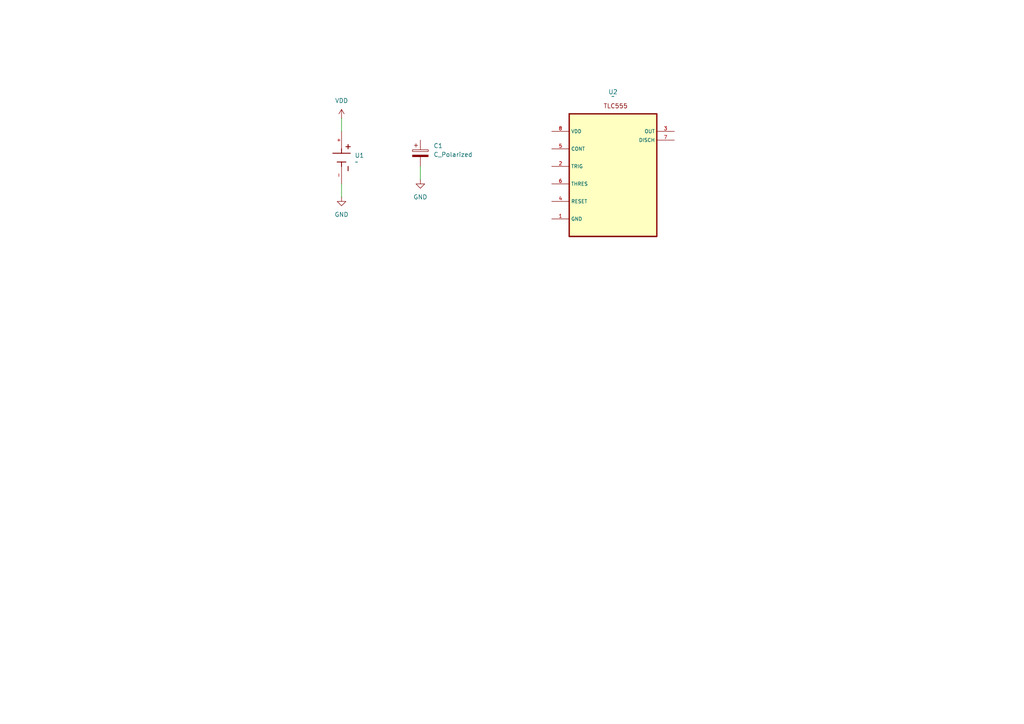
<source format=kicad_sch>
(kicad_sch (version 20231120) (generator "eeschema") (generator_version "8.0")
  (paper "A4")
  (lib_symbols
    (symbol "Device:C_Polarized" (pin_numbers hide) (pin_names (offset 0.254))
      (property "Reference" "C" (at 0.635 2.54 0))
      (property "Value" "C_Polarized" (at 0.635 -2.54 0))
      (symbol "C_Polarized_0_1"
        (rectangle (start -2.286 0.508) (end 2.286 1.016))
        (polyline (pts (xy -1.778 2.286) (xy -0.762 2.286)))
        (polyline (pts (xy -1.27 2.794) (xy -1.27 1.778)))
        (rectangle (start 2.286 -0.508) (end -2.286 -1.016) (fill (type outline)))
      )
      (symbol "C_Polarized_1_1"
        (pin passive line (at 0 3.81 270) (length 2.794) (name "~") (number "1"))
        (pin passive line (at 0 -3.81 90) (length 2.794) (name "~") (number "2"))
      )
    )
    (symbol "PiE_Symbols:BS-7"
      (property "Reference" "U" (at 0 0 0))
      (symbol "BS-7_0_0"
        (polyline (pts (xy -3.81 -3.175) (xy -2.54 -3.175)) (stroke (width 0.254)))
        (polyline (pts (xy -3.175 -2.54) (xy -3.175 -3.81)) (stroke (width 0.254)))
        (polyline (pts (xy -1.27 -5.08) (xy -2.54 -5.08)) (stroke (width 0.254)))
        (polyline (pts (xy -1.27 -5.08) (xy -1.27 -7.62)) (stroke (width 0.254)))
        (polyline (pts (xy -1.27 -2.54) (xy -1.27 -5.08)) (stroke (width 0.254)))
        (polyline (pts (xy 1.27 -5.08) (xy 1.27 -6.35)) (stroke (width 0.254)))
        (polyline (pts (xy 1.27 -5.08) (xy 2.54 -5.08)) (stroke (width 0.254)))
        (polyline (pts (xy 1.27 -3.81) (xy 1.27 -5.08)) (stroke (width 0.254)))
        (polyline (pts (xy 2.54 -3.175) (xy 3.81 -3.175)) (stroke (width 0.254)))
        (pin passive line (at -7.62 -5.08 0) (length 5.08) (name "~") (number "+"))
        (pin passive line (at 7.62 -5.08 180) (length 5.08) (name "~") (number "-"))
      )
    )
    (symbol "PiE_Symbols:TLC555"
      (property "Reference" "U" (at 3.048 3.048 0))
      (symbol "TLC555_0_0"
        (rectangle (start -6.35 -1.27) (end 19.05 -36.83) (stroke (width 0.4064)) (fill (type background)))
        (pin passive line (at -11.43 -31.75 0) (length 5.08) (name "GND") (number "1"))
        (pin input line (at -11.43 -16.51 0) (length 5.08) (name "TRIG") (number "2"))
        (pin output line (at 24.13 -6.35 180) (length 5.08) (name "OUT") (number "3"))
        (pin input line (at -11.43 -26.67 0) (length 5.08) (name "RESET") (number "4"))
        (pin input line (at -11.43 -11.43 0) (length 5.08) (name "CONT") (number "5"))
        (pin input line (at -11.43 -21.59 0) (length 5.08) (name "THRES") (number "6"))
        (pin output line (at 24.13 -8.89 180) (length 5.08) (name "DISCH") (number "7"))
        (pin power_in line (at -11.43 -6.35 0) (length 5.08) (name "VDD") (number "8"))
      )
      (symbol "TLC555_1_1"
        (text "TLC555\n" (at 7.112 1.016 0) (effects (font (size 1.27 1.27))))
      )
    )
    (symbol "power:GND" (power) (pin_numbers hide) (pin_names (offset 0) hide)
      (property "Value" "GND" (at 0 -3.81 0))
      (symbol "GND_0_1"
        (polyline (pts (xy 0 0) (xy 0 -1.27) (xy 1.27 -1.27) (xy 0 -2.54) (xy -1.27 -1.27) (xy 0 -1.27)))
      )
      (symbol "GND_1_1"
        (pin power_in line (at 0 0 270) (length 0) (name "~") (number "1"))
      )
    )
    (symbol "power:VDD" (power) (pin_numbers hide) (pin_names (offset 0) hide)
      (property "Value" "VDD" (at 0 3.556 0))
      (symbol "VDD_0_1"
        (polyline (pts (xy -0.762 1.27) (xy 0 2.54)))
        (polyline (pts (xy 0 0) (xy 0 2.54)))
        (polyline (pts (xy 0 2.54) (xy 0.762 1.27)))
      )
      (symbol "VDD_1_1"
        (pin power_in line (at 0 0 90) (length 0) (name "~") (number "1"))
      )
    )
  )
  (wire (pts (xy 99.06 53.34) (xy 99.06 57.15)))
  (wire (pts (xy 121.92 48.26) (xy 121.92 52.07)))
  (wire (pts (xy 99.06 34.29) (xy 99.06 38.1)))
  (symbol (lib_id "PiE_Symbols:TLC555") (at 171.45 31.75 0) (unit 1)
    (property "Reference" "U2" (at 177.8 26.67 0))
    (property "Value" "~" (at 177.8 27.94 0))
  )
  (symbol (lib_id "power:GND") (at 99.06 57.15 0) (unit 1)
    (property "Reference" "#PWR02" (effects (hide yes)))
    (property "Value" "GND" (at 99.06 62.23 0))
    (property "Description" "Power symbol creates a global label with name \"GND\" , ground" (effects (hide yes)))
  )
  (symbol (lib_id "PiE_Symbols:BS-7") (at 104.14 45.72 270) (unit 1)
    (property "Reference" "U1" (at 102.87 45.0849 90) (effects (justify left)))
    (property "Value" "~" (at 102.87 46.99 90) (effects (justify left)))
  )
  (symbol (lib_id "Device:C_Polarized") (at 121.92 44.45 0) (unit 1)
    (property "Reference" "C1" (at 125.73 42.2909 0) (effects (justify left)))
    (property "Value" "C_Polarized" (at 125.73 44.8309 0) (effects (justify left)))
    (property "Description" "Polarized capacitor" (effects (hide yes)))
  )
  (symbol (lib_id "power:GND") (at 121.92 52.07 0) (unit 1)
    (property "Reference" "#PWR03" (effects (hide yes)))
    (property "Value" "GND" (at 121.92 57.15 0))
    (property "Description" "Power symbol creates a global label with name \"GND\" , ground" (effects (hide yes)))
  )
  (symbol (lib_id "power:VDD") (at 99.06 34.29 0) (unit 1)
    (property "Reference" "#PWR01" (effects (hide yes)))
    (property "Value" "VDD" (at 99.06 29.21 0))
    (property "Description" "Power symbol creates a global label with name \"VDD\"" (effects (hide yes)))
  )
)
</source>
